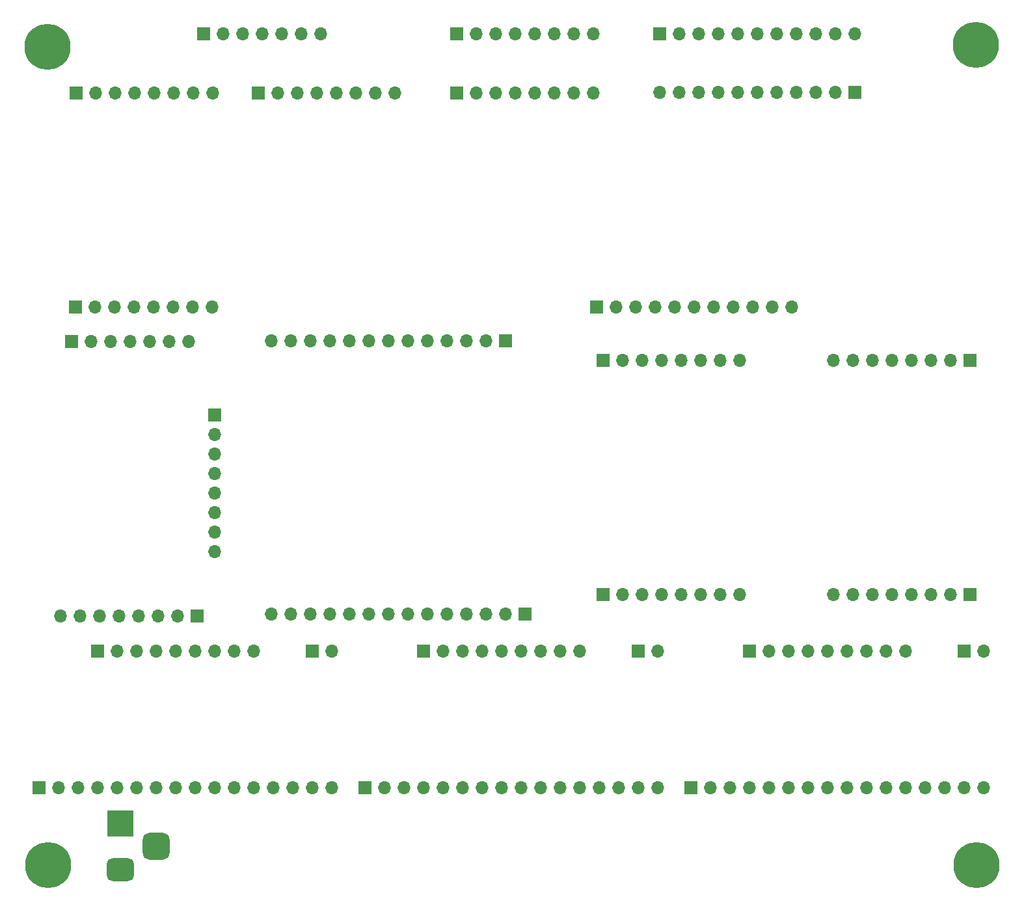
<source format=gbr>
%TF.GenerationSoftware,KiCad,Pcbnew,(6.0.0-0)*%
%TF.CreationDate,2022-01-17T16:58:41-05:00*%
%TF.ProjectId,ALU-Backplane,414c552d-4261-4636-9b70-6c616e652e6b,rev?*%
%TF.SameCoordinates,Original*%
%TF.FileFunction,Soldermask,Bot*%
%TF.FilePolarity,Negative*%
%FSLAX46Y46*%
G04 Gerber Fmt 4.6, Leading zero omitted, Abs format (unit mm)*
G04 Created by KiCad (PCBNEW (6.0.0-0)) date 2022-01-17 16:58:41*
%MOMM*%
%LPD*%
G01*
G04 APERTURE LIST*
G04 Aperture macros list*
%AMRoundRect*
0 Rectangle with rounded corners*
0 $1 Rounding radius*
0 $2 $3 $4 $5 $6 $7 $8 $9 X,Y pos of 4 corners*
0 Add a 4 corners polygon primitive as box body*
4,1,4,$2,$3,$4,$5,$6,$7,$8,$9,$2,$3,0*
0 Add four circle primitives for the rounded corners*
1,1,$1+$1,$2,$3*
1,1,$1+$1,$4,$5*
1,1,$1+$1,$6,$7*
1,1,$1+$1,$8,$9*
0 Add four rect primitives between the rounded corners*
20,1,$1+$1,$2,$3,$4,$5,0*
20,1,$1+$1,$4,$5,$6,$7,0*
20,1,$1+$1,$6,$7,$8,$9,0*
20,1,$1+$1,$8,$9,$2,$3,0*%
G04 Aperture macros list end*
%ADD10R,3.500000X3.500000*%
%ADD11RoundRect,0.750000X1.000000X-0.750000X1.000000X0.750000X-1.000000X0.750000X-1.000000X-0.750000X0*%
%ADD12RoundRect,0.875000X0.875000X-0.875000X0.875000X0.875000X-0.875000X0.875000X-0.875000X-0.875000X0*%
%ADD13O,1.700000X1.700000*%
%ADD14R,1.700000X1.700000*%
%ADD15C,0.800000*%
%ADD16C,6.000000*%
G04 APERTURE END LIST*
D10*
%TO.C,J28*%
X96650000Y-137200000D03*
D11*
X96650000Y-143200000D03*
D12*
X101350000Y-140200000D03*
%TD*%
D13*
%TO.C,J18*%
X122770000Y-34400000D03*
X120230000Y-34400000D03*
X117690000Y-34400000D03*
X115150000Y-34400000D03*
X112610000Y-34400000D03*
X110070000Y-34400000D03*
D14*
X107530000Y-34400000D03*
%TD*%
%TO.C,J21*%
X158654000Y-69984000D03*
D13*
X161194000Y-69984000D03*
X163734000Y-69984000D03*
X166274000Y-69984000D03*
X168814000Y-69984000D03*
X171354000Y-69984000D03*
X173894000Y-69984000D03*
X176434000Y-69984000D03*
X178974000Y-69984000D03*
X181514000Y-69984000D03*
X184054000Y-69984000D03*
%TD*%
D14*
%TO.C,J27*%
X140420000Y-34400000D03*
D13*
X142960000Y-34400000D03*
X145500000Y-34400000D03*
X148040000Y-34400000D03*
X150580000Y-34400000D03*
X153120000Y-34400000D03*
X155660000Y-34400000D03*
X158200000Y-34400000D03*
%TD*%
D14*
%TO.C,J26*%
X166850000Y-34450000D03*
D13*
X169390000Y-34450000D03*
X171930000Y-34450000D03*
X174470000Y-34450000D03*
X177010000Y-34450000D03*
X179550000Y-34450000D03*
X182090000Y-34450000D03*
X184630000Y-34450000D03*
X187170000Y-34450000D03*
X189710000Y-34450000D03*
X192250000Y-34450000D03*
%TD*%
D14*
%TO.C,J24*%
X90920000Y-42150000D03*
D13*
X93460000Y-42150000D03*
X96000000Y-42150000D03*
X98540000Y-42150000D03*
X101080000Y-42150000D03*
X103620000Y-42150000D03*
X106160000Y-42150000D03*
X108700000Y-42150000D03*
%TD*%
D14*
%TO.C,J25*%
X114670000Y-42150000D03*
D13*
X117210000Y-42150000D03*
X119750000Y-42150000D03*
X122290000Y-42150000D03*
X124830000Y-42150000D03*
X127370000Y-42150000D03*
X129910000Y-42150000D03*
X132450000Y-42150000D03*
%TD*%
%TO.C,J23*%
X108590000Y-70000000D03*
X106050000Y-70000000D03*
X103510000Y-70000000D03*
X100970000Y-70000000D03*
X98430000Y-70000000D03*
X95890000Y-70000000D03*
X93350000Y-70000000D03*
D14*
X90810000Y-70000000D03*
%TD*%
%TO.C,J22*%
X140425000Y-42114000D03*
D13*
X142965000Y-42114000D03*
X145505000Y-42114000D03*
X148045000Y-42114000D03*
X150585000Y-42114000D03*
X153125000Y-42114000D03*
X155665000Y-42114000D03*
X158205000Y-42114000D03*
%TD*%
D14*
%TO.C,J20*%
X192260000Y-42059000D03*
D13*
X189720000Y-42059000D03*
X187180000Y-42059000D03*
X184640000Y-42059000D03*
X182100000Y-42059000D03*
X179560000Y-42059000D03*
X177020000Y-42059000D03*
X174480000Y-42059000D03*
X171940000Y-42059000D03*
X169400000Y-42059000D03*
X166860000Y-42059000D03*
%TD*%
D14*
%TO.C,J3*%
X146812000Y-74422000D03*
D13*
X144272000Y-74422000D03*
X141732000Y-74422000D03*
X139192000Y-74422000D03*
X136652000Y-74422000D03*
X134112000Y-74422000D03*
X131572000Y-74422000D03*
X129032000Y-74422000D03*
X126492000Y-74422000D03*
X123952000Y-74422000D03*
X121412000Y-74422000D03*
X118872000Y-74422000D03*
X116332000Y-74422000D03*
%TD*%
D14*
%TO.C,J4*%
X149352000Y-109982000D03*
D13*
X146812000Y-109982000D03*
X144272000Y-109982000D03*
X141732000Y-109982000D03*
X139192000Y-109982000D03*
X136652000Y-109982000D03*
X134112000Y-109982000D03*
X131572000Y-109982000D03*
X129032000Y-109982000D03*
X126492000Y-109982000D03*
X123952000Y-109982000D03*
X121412000Y-109982000D03*
X118872000Y-109982000D03*
X116332000Y-109982000D03*
%TD*%
D14*
%TO.C,J5*%
X159512000Y-76962000D03*
D13*
X162052000Y-76962000D03*
X164592000Y-76962000D03*
X167132000Y-76962000D03*
X169672000Y-76962000D03*
X172212000Y-76962000D03*
X174752000Y-76962000D03*
X177292000Y-76962000D03*
%TD*%
D14*
%TO.C,J6*%
X207264000Y-76962000D03*
D13*
X204724000Y-76962000D03*
X202184000Y-76962000D03*
X199644000Y-76962000D03*
X197104000Y-76962000D03*
X194564000Y-76962000D03*
X192024000Y-76962000D03*
X189484000Y-76962000D03*
%TD*%
D14*
%TO.C,J7*%
X207264000Y-107442000D03*
D13*
X204724000Y-107442000D03*
X202184000Y-107442000D03*
X199644000Y-107442000D03*
X197104000Y-107442000D03*
X194564000Y-107442000D03*
X192024000Y-107442000D03*
X189484000Y-107442000D03*
%TD*%
D14*
%TO.C,J8*%
X159512000Y-107442000D03*
D13*
X162052000Y-107442000D03*
X164592000Y-107442000D03*
X167132000Y-107442000D03*
X169672000Y-107442000D03*
X172212000Y-107442000D03*
X174752000Y-107442000D03*
X177292000Y-107442000D03*
%TD*%
D14*
%TO.C,J9*%
X86106000Y-132588000D03*
D13*
X88646000Y-132588000D03*
X91186000Y-132588000D03*
X93726000Y-132588000D03*
X96266000Y-132588000D03*
X98806000Y-132588000D03*
X101346000Y-132588000D03*
X103886000Y-132588000D03*
X106426000Y-132588000D03*
X108966000Y-132588000D03*
X111506000Y-132588000D03*
X114046000Y-132588000D03*
X116586000Y-132588000D03*
X119126000Y-132588000D03*
X121666000Y-132588000D03*
X124206000Y-132588000D03*
%TD*%
D14*
%TO.C,J10*%
X93726000Y-114808000D03*
D13*
X96266000Y-114808000D03*
X98806000Y-114808000D03*
X101346000Y-114808000D03*
X103886000Y-114808000D03*
X106426000Y-114808000D03*
X108966000Y-114808000D03*
X111506000Y-114808000D03*
X114046000Y-114808000D03*
%TD*%
D14*
%TO.C,J11*%
X121666000Y-114808000D03*
D13*
X124206000Y-114808000D03*
%TD*%
D14*
%TO.C,J12*%
X128524000Y-132588000D03*
D13*
X131064000Y-132588000D03*
X133604000Y-132588000D03*
X136144000Y-132588000D03*
X138684000Y-132588000D03*
X141224000Y-132588000D03*
X143764000Y-132588000D03*
X146304000Y-132588000D03*
X148844000Y-132588000D03*
X151384000Y-132588000D03*
X153924000Y-132588000D03*
X156464000Y-132588000D03*
X159004000Y-132588000D03*
X161544000Y-132588000D03*
X164084000Y-132588000D03*
X166624000Y-132588000D03*
%TD*%
D14*
%TO.C,J13*%
X136144000Y-114808000D03*
D13*
X138684000Y-114808000D03*
X141224000Y-114808000D03*
X143764000Y-114808000D03*
X146304000Y-114808000D03*
X148844000Y-114808000D03*
X151384000Y-114808000D03*
X153924000Y-114808000D03*
X156464000Y-114808000D03*
%TD*%
D14*
%TO.C,J14*%
X164084000Y-114808000D03*
D13*
X166624000Y-114808000D03*
%TD*%
D14*
%TO.C,J15*%
X170942000Y-132588000D03*
D13*
X173482000Y-132588000D03*
X176022000Y-132588000D03*
X178562000Y-132588000D03*
X181102000Y-132588000D03*
X183642000Y-132588000D03*
X186182000Y-132588000D03*
X188722000Y-132588000D03*
X191262000Y-132588000D03*
X193802000Y-132588000D03*
X196342000Y-132588000D03*
X198882000Y-132588000D03*
X201422000Y-132588000D03*
X203962000Y-132588000D03*
X206502000Y-132588000D03*
X209042000Y-132588000D03*
%TD*%
D14*
%TO.C,J16*%
X178562000Y-114808000D03*
D13*
X181102000Y-114808000D03*
X183642000Y-114808000D03*
X186182000Y-114808000D03*
X188722000Y-114808000D03*
X191262000Y-114808000D03*
X193802000Y-114808000D03*
X196342000Y-114808000D03*
X198882000Y-114808000D03*
%TD*%
D14*
%TO.C,J17*%
X206502000Y-114808000D03*
D13*
X209042000Y-114808000D03*
%TD*%
D15*
%TO.C,REF\u002A\u002A*%
X87200000Y-38400000D03*
D16*
X87200000Y-36150000D03*
D15*
X84950000Y-36150000D03*
X87200000Y-33900000D03*
X88790990Y-34559010D03*
X85609010Y-34559010D03*
X85609010Y-37740990D03*
X88790990Y-37740990D03*
X89450000Y-36150000D03*
%TD*%
%TO.C,REF\u002A\u002A*%
X88840990Y-144240990D03*
X87250000Y-140400000D03*
X87250000Y-144900000D03*
X89500000Y-142650000D03*
X85659010Y-144240990D03*
X88840990Y-141059010D03*
D16*
X87250000Y-142650000D03*
D15*
X85000000Y-142650000D03*
X85659010Y-141059010D03*
%TD*%
%TO.C,REF\u002A\u002A*%
X205900000Y-142650000D03*
X209740990Y-144240990D03*
D16*
X208150000Y-142650000D03*
D15*
X206559010Y-144240990D03*
X206559010Y-141059010D03*
X209740990Y-141059010D03*
X208150000Y-140400000D03*
X208150000Y-144900000D03*
X210400000Y-142650000D03*
%TD*%
%TO.C,REF\u002A\u002A*%
X206409010Y-37440990D03*
X210250000Y-35850000D03*
X206409010Y-34259010D03*
X205750000Y-35850000D03*
X209590990Y-34259010D03*
X208000000Y-33600000D03*
X209590990Y-37440990D03*
D16*
X208000000Y-35850000D03*
D15*
X208000000Y-38100000D03*
%TD*%
D14*
%TO.C,J2*%
X106700000Y-110200000D03*
D13*
X104160000Y-110200000D03*
X101620000Y-110200000D03*
X99080000Y-110200000D03*
X96540000Y-110200000D03*
X94000000Y-110200000D03*
X91460000Y-110200000D03*
X88920000Y-110200000D03*
%TD*%
D14*
%TO.C,J19*%
X90375000Y-74500000D03*
D13*
X92915000Y-74500000D03*
X95455000Y-74500000D03*
X97995000Y-74500000D03*
X100535000Y-74500000D03*
X103075000Y-74500000D03*
X105615000Y-74500000D03*
%TD*%
D14*
%TO.C,J1*%
X109000000Y-84070000D03*
D13*
X109000000Y-86610000D03*
X109000000Y-89150000D03*
X109000000Y-91690000D03*
X109000000Y-94230000D03*
X109000000Y-96770000D03*
X109000000Y-99310000D03*
X109000000Y-101850000D03*
%TD*%
M02*

</source>
